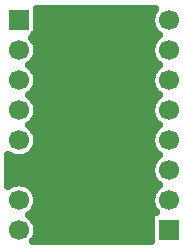
<source format=gbl>
G04 DipTrace Beta 3.0.9.0*
G04 BOARD.gbl*
%MOIN*%
G04 #@! TF.FileFunction,Copper,L2,Bot*
G04 #@! TF.Part,Single*
G04 #@! TA.AperFunction,CopperBalancing*
%ADD13C,0.025*%
G04 #@! TA.AperFunction,ComponentPad*
%ADD16R,0.066929X0.066929*%
%ADD17C,0.066929*%
G04 #@! TA.AperFunction,ViaPad*
%ADD19C,0.03*%
%FSLAX26Y26*%
G04*
G70*
G90*
G75*
G01*
G04 Bottom*
%LPD*%
D19*
X819000Y519000D3*
X869000D3*
Y469000D3*
X819000D3*
X569000Y669000D3*
X619000D3*
X569000Y619000D3*
X619000D3*
X569000Y569000D3*
X619000D3*
Y719000D3*
X669000Y669000D3*
Y619000D3*
X719000Y669000D3*
Y619000D3*
X769000Y669000D3*
X569000Y719000D3*
Y1169000D3*
X619000D3*
X669000D3*
X719000D3*
X769000D3*
X819000D3*
X869000D3*
X819000Y1119000D3*
X769000D3*
X719000D3*
X669000D3*
X619000D3*
X669000Y1069000D3*
X719000D3*
X769000D3*
X719000Y1019000D3*
Y969000D3*
X519000Y1119000D3*
X919000D3*
X869000Y1069000D3*
X569000D3*
X531459Y1180631D2*
D13*
X907661D1*
X531459Y1155762D2*
X908003D1*
X531459Y1130894D2*
X920210D1*
X518667Y1106025D2*
X919331D1*
X530239Y1081156D2*
X907759D1*
X530093Y1056287D2*
X907906D1*
X518227Y1031419D2*
X919770D1*
X518227Y1006550D2*
X919770D1*
X530093Y981681D2*
X907906D1*
X530190Y956812D2*
X907807D1*
X518667Y931944D2*
X919379D1*
X517837Y907075D2*
X920161D1*
X529995Y882206D2*
X908003D1*
X530337Y857337D2*
X907661D1*
X519058Y832469D2*
X918941D1*
X517398Y807600D2*
X920601D1*
X529849Y782731D2*
X908150D1*
X530434Y757862D2*
X907563D1*
X519449Y732993D2*
X918550D1*
X435000Y708125D2*
X921041D1*
X435000Y683256D2*
X908247D1*
X435000Y658387D2*
X907466D1*
X435000Y633518D2*
X918159D1*
X516470Y608650D2*
X921529D1*
X529605Y583781D2*
X908394D1*
X530630Y558912D2*
X907369D1*
X520230Y534043D2*
X917769D1*
X516030Y509175D2*
X906538D1*
X529458Y484306D2*
X906538D1*
X530678Y459437D2*
X906538D1*
X520571Y434568D2*
X906538D1*
X528965Y1205478D2*
Y1109035D1*
X513681D1*
X520129Y1100332D1*
X524400Y1091948D1*
X527307Y1082999D1*
X528780Y1073705D1*
Y1064295D1*
X527307Y1055001D1*
X524400Y1046052D1*
X520129Y1037668D1*
X514597Y1030056D1*
X507944Y1023403D1*
X502059Y1019026D1*
X507944Y1014597D1*
X514597Y1007944D1*
X520129Y1000332D1*
X524400Y991948D1*
X527307Y982999D1*
X528780Y973705D1*
Y964295D1*
X527307Y955001D1*
X524400Y946052D1*
X520129Y937668D1*
X514597Y930056D1*
X507944Y923403D1*
X502059Y919026D1*
X507944Y914597D1*
X514597Y907944D1*
X520129Y900332D1*
X524400Y891948D1*
X527307Y882999D1*
X528780Y873705D1*
Y864295D1*
X527307Y855001D1*
X524400Y846052D1*
X520129Y837668D1*
X514597Y830056D1*
X507944Y823403D1*
X502059Y819026D1*
X507944Y814597D1*
X514597Y807944D1*
X520129Y800332D1*
X524400Y791948D1*
X527307Y782999D1*
X528780Y773705D1*
Y764295D1*
X527307Y755001D1*
X524400Y746052D1*
X520129Y737668D1*
X514597Y730056D1*
X507944Y723403D1*
X500332Y717871D1*
X491948Y713600D1*
X482999Y710693D1*
X473705Y709220D1*
X464295D1*
X455001Y710693D1*
X446052Y713600D1*
X437668Y717871D1*
X432497Y721478D1*
X432500Y616584D1*
X441777Y622429D1*
X450470Y626030D1*
X459619Y628226D1*
X469000Y628965D1*
X478381Y628226D1*
X487530Y626030D1*
X496223Y622429D1*
X504247Y617512D1*
X511402Y611402D1*
X517512Y604247D1*
X522429Y596223D1*
X526030Y587530D1*
X528226Y578381D1*
X528965Y569000D1*
X528226Y559619D1*
X526030Y550470D1*
X522429Y541777D1*
X517512Y533753D1*
X511402Y526598D1*
X504247Y520488D1*
X502059Y519026D1*
X507944Y514597D1*
X514597Y507944D1*
X520129Y500332D1*
X524400Y491948D1*
X527307Y482999D1*
X528780Y473705D1*
Y464295D1*
X527307Y455001D1*
X524400Y446052D1*
X520129Y437668D1*
X516522Y432497D1*
X909013Y432500D1*
X909035Y528965D1*
X924319D1*
X917871Y537668D1*
X913600Y546052D1*
X910693Y555001D1*
X909220Y564295D1*
Y573705D1*
X910693Y582999D1*
X913600Y591948D1*
X917871Y600332D1*
X923403Y607944D1*
X930056Y614597D1*
X935941Y618974D1*
X930056Y623403D1*
X923403Y630056D1*
X917871Y637668D1*
X913600Y646052D1*
X910693Y655001D1*
X909220Y664295D1*
Y673705D1*
X910693Y682999D1*
X913600Y691948D1*
X917871Y700332D1*
X923403Y707944D1*
X930056Y714597D1*
X935941Y718974D1*
X930056Y723403D1*
X923403Y730056D1*
X917871Y737668D1*
X913600Y746052D1*
X910693Y755001D1*
X909220Y764295D1*
Y773705D1*
X910693Y782999D1*
X913600Y791948D1*
X917871Y800332D1*
X923403Y807944D1*
X930056Y814597D1*
X935941Y818974D1*
X930056Y823403D1*
X923403Y830056D1*
X917871Y837668D1*
X913600Y846052D1*
X910693Y855001D1*
X909220Y864295D1*
Y873705D1*
X910693Y882999D1*
X913600Y891948D1*
X917871Y900332D1*
X923403Y907944D1*
X930056Y914597D1*
X935941Y918974D1*
X930056Y923403D1*
X923403Y930056D1*
X917871Y937668D1*
X913600Y946052D1*
X910693Y955001D1*
X909220Y964295D1*
Y973705D1*
X910693Y982999D1*
X913600Y991948D1*
X917871Y1000332D1*
X923403Y1007944D1*
X930056Y1014597D1*
X935941Y1018974D1*
X930056Y1023403D1*
X923403Y1030056D1*
X917871Y1037668D1*
X913600Y1046052D1*
X910693Y1055001D1*
X909220Y1064295D1*
Y1073705D1*
X910693Y1082999D1*
X913600Y1091948D1*
X917871Y1100332D1*
X923403Y1107944D1*
X930056Y1114597D1*
X935941Y1118974D1*
X930056Y1123403D1*
X923403Y1130056D1*
X917871Y1137668D1*
X913600Y1146052D1*
X910693Y1155001D1*
X909220Y1164295D1*
Y1173705D1*
X910693Y1182999D1*
X913600Y1191948D1*
X917871Y1200332D1*
X921478Y1205503D1*
X528987Y1205500D1*
D16*
X469000Y1169000D3*
D17*
Y1069000D3*
Y969000D3*
Y869000D3*
Y769000D3*
Y669000D3*
Y569000D3*
Y469000D3*
D16*
X969000D3*
D17*
Y569000D3*
Y669000D3*
Y769000D3*
Y869000D3*
Y969000D3*
Y1069000D3*
Y1169000D3*
M02*

</source>
